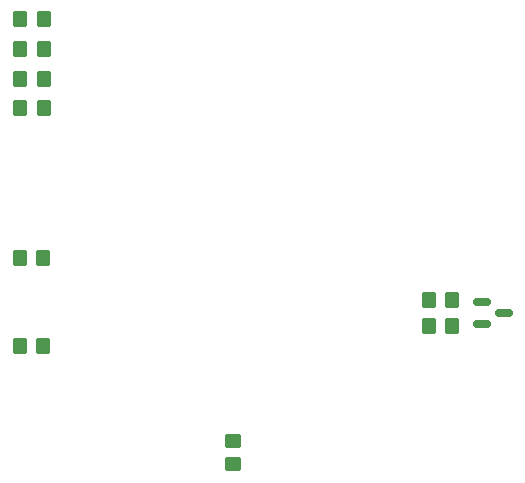
<source format=gbr>
G04 #@! TF.GenerationSoftware,KiCad,Pcbnew,8.0.1*
G04 #@! TF.CreationDate,2025-07-27T10:09:23+02:00*
G04 #@! TF.ProjectId,SVXLink_PiHat_v2,5356584c-696e-46b5-9f50-694861745f76,rev?*
G04 #@! TF.SameCoordinates,Original*
G04 #@! TF.FileFunction,Paste,Top*
G04 #@! TF.FilePolarity,Positive*
%FSLAX46Y46*%
G04 Gerber Fmt 4.6, Leading zero omitted, Abs format (unit mm)*
G04 Created by KiCad (PCBNEW 8.0.1) date 2025-07-27 10:09:23*
%MOMM*%
%LPD*%
G01*
G04 APERTURE LIST*
G04 Aperture macros list*
%AMRoundRect*
0 Rectangle with rounded corners*
0 $1 Rounding radius*
0 $2 $3 $4 $5 $6 $7 $8 $9 X,Y pos of 4 corners*
0 Add a 4 corners polygon primitive as box body*
4,1,4,$2,$3,$4,$5,$6,$7,$8,$9,$2,$3,0*
0 Add four circle primitives for the rounded corners*
1,1,$1+$1,$2,$3*
1,1,$1+$1,$4,$5*
1,1,$1+$1,$6,$7*
1,1,$1+$1,$8,$9*
0 Add four rect primitives between the rounded corners*
20,1,$1+$1,$2,$3,$4,$5,0*
20,1,$1+$1,$4,$5,$6,$7,0*
20,1,$1+$1,$6,$7,$8,$9,0*
20,1,$1+$1,$8,$9,$2,$3,0*%
G04 Aperture macros list end*
%ADD10RoundRect,0.250000X0.450000X-0.350000X0.450000X0.350000X-0.450000X0.350000X-0.450000X-0.350000X0*%
%ADD11RoundRect,0.250000X0.350000X0.450000X-0.350000X0.450000X-0.350000X-0.450000X0.350000X-0.450000X0*%
%ADD12RoundRect,0.150000X-0.587500X-0.150000X0.587500X-0.150000X0.587500X0.150000X-0.587500X0.150000X0*%
%ADD13RoundRect,0.250000X-0.350000X-0.450000X0.350000X-0.450000X0.350000X0.450000X-0.350000X0.450000X0*%
G04 APERTURE END LIST*
D10*
X96740000Y-104640000D03*
X96740000Y-102640000D03*
D11*
X80700000Y-74500000D03*
X78700000Y-74500000D03*
D12*
X117788400Y-90894600D03*
X117788400Y-92794600D03*
X119663400Y-91844600D03*
D11*
X80700000Y-69500000D03*
X78700000Y-69500000D03*
D13*
X113293400Y-90744600D03*
X115293400Y-90744600D03*
D11*
X80700000Y-66950000D03*
X78700000Y-66950000D03*
X80650000Y-94600000D03*
X78650000Y-94600000D03*
D13*
X78650000Y-87200000D03*
X80650000Y-87200000D03*
D11*
X80700000Y-72000000D03*
X78700000Y-72000000D03*
X115273400Y-92944600D03*
X113273400Y-92944600D03*
M02*

</source>
